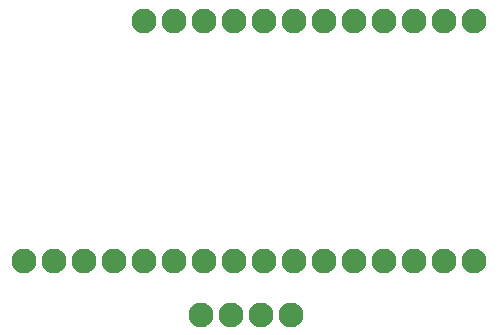
<source format=gbs>
G04 Layer: BottomSolderMaskLayer*
G04 EasyEDA v6.5.22, 2022-12-01 20:45:53*
G04 b50117659dfb47be9d47098780dced8c,a2731e2ff01b41edbee4f831c5fec297,10*
G04 Gerber Generator version 0.2*
G04 Scale: 100 percent, Rotated: No, Reflected: No *
G04 Dimensions in millimeters *
G04 leading zeros omitted , absolute positions ,4 integer and 5 decimal *
%FSLAX45Y45*%
%MOMM*%

%ADD10C,2.1016*%

%LPD*%
D10*
G01*
X2654300Y9067800D03*
G01*
X2908300Y9067800D03*
G01*
X3162300Y9067800D03*
G01*
X3416300Y9067800D03*
G01*
X4965700Y11557000D03*
G01*
X4711700Y11557000D03*
G01*
X4457700Y11557000D03*
G01*
X4203700Y11557000D03*
G01*
X3949700Y11557000D03*
G01*
X3695700Y11557000D03*
G01*
X3441700Y11557000D03*
G01*
X3187700Y11557000D03*
G01*
X2933700Y11557000D03*
G01*
X2679700Y11557000D03*
G01*
X2425700Y11557000D03*
G01*
X2171700Y11557000D03*
G01*
X4965700Y9525000D03*
G01*
X4711700Y9525000D03*
G01*
X4457700Y9525000D03*
G01*
X4203700Y9525000D03*
G01*
X3949700Y9525000D03*
G01*
X3695700Y9525000D03*
G01*
X3441700Y9525000D03*
G01*
X3187700Y9525000D03*
G01*
X2933700Y9525000D03*
G01*
X2679700Y9525000D03*
G01*
X2425700Y9525000D03*
G01*
X2171700Y9525000D03*
G01*
X1917700Y9525000D03*
G01*
X1663700Y9525000D03*
G01*
X1409700Y9525000D03*
G01*
X1155700Y9525000D03*
M02*

</source>
